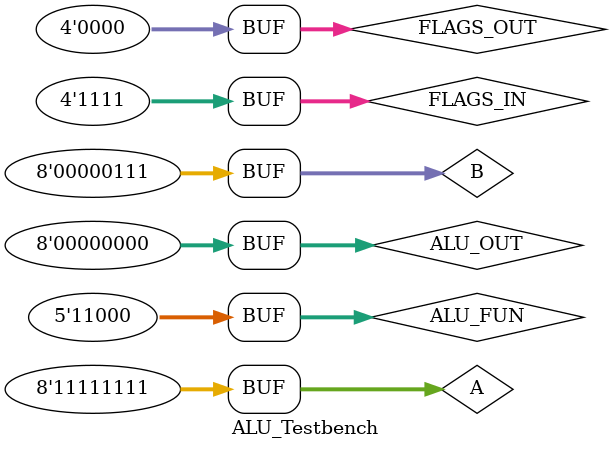
<source format=sv>
`timescale 1ns / 1ps


module ALU_Testbench();

    // Inputs
    logic [4:0] ALU_FUN;
    logic [7:0] A,B;
    logic[3:0] FLAGS_IN;
    
    // Outputs
    logic [7:0] ALU_OUT; 
    logic [3:0] FLAGS_OUT;
    
    // ALU Module Instantiation
    ALU ALU_TB(
        .ALU_FUN(ALU_FUN), .A(A), .B(B), .FLAGS_IN(FLAGS_IN),
        .ALU_OUT(ALU_OUT), .FLAGS_OUT(FLAGS_OUT)
    );
    
    // Local Arithmetic Op-code parameters
    localparam ADD  = 5'b00000;
    localparam ADC  = 5'b00001;
    localparam SUB  = 5'b00010;
    localparam SBC  = 5'b00011;
    localparam AND  = 5'b00100;
    localparam OR   = 5'b00101;
    localparam XOR  = 5'b00110;
    localparam CP   = 5'b00111;
    localparam INC  = 5'b01000;
    localparam DEC  = 5'b01001;  
    localparam SWAP = 5'b01010;
    localparam DAA  = 5'b01011;
    localparam CPL  = 5'b01100;
    localparam CCF  = 5'b01101;
    localparam SCF  = 5'b01110;
    localparam RLC  = 5'b01111;
    localparam RL   = 5'b10000;
    localparam RRC  = 5'b10001;
    localparam RR   = 5'b10010;
    localparam SLA  = 5'b10011;
    localparam SRA  = 5'b10100;
    localparam SRL  = 5'b10101;
    localparam BIT  = 5'b10110;
    localparam SET  = 5'b10111;
    localparam RES  = 5'b11000;
    
    // Flag Register Bits
    // [Z,N,H,C]
    localparam Z_FLAG_SET = 4'b1000;
    localparam N_FLAG_SET = 4'b0100;
    localparam H_FLAG_SET = 4'b0010;
    localparam C_FLAG_SET = 4'b0001;
    localparam ALL_FLAGS_SET = 4'b1111;
    localparam ALL_FLAGS_CLR = 4'b0000;
    
    initial begin
    
        // Initialize values to 0
        ALU_FUN = ADD;
        A = 8'h0;
        B = 8'h0;
        FLAGS_IN = ALL_FLAGS_CLR;
        FLAGS_OUT = ALL_FLAGS_CLR;
        ALU_OUT = 8'h0;
        
        #10;
        // ADD  Test
        A = 8'h45;
        B = 8'h69;
        FLAGS_IN = ALL_FLAGS_CLR;
        ALU_FUN = ADD;
        
        #10;
        // ADC  Test
        A = 8'h45;
        B = 8'h69;
        FLAGS_IN = C_FLAG_SET;
        ALU_FUN = ADC;
        
        #10;
        // SUB  Test
        A = 8'h69;
        B = 8'h45;
        FLAGS_IN = ALL_FLAGS_CLR;
        ALU_FUN = SUB;
        
        #10;
        // SBC  Test
        A = 8'h69;
        B = 8'h45;
        FLAGS_IN = C_FLAG_SET;
        ALU_FUN = SBC;
        
        #10;
        // AND  Test
        A = 8'hff;
        B = 8'h0f;
        FLAGS_IN = N_FLAG_SET;
        ALU_FUN = AND;
        
        
        #10;
        // OR   Test
        A = 8'h1f;
        B = 8'h3a;
        FLAGS_IN = H_FLAG_SET;
        ALU_FUN = OR;        
        
        #10;
        // XOR  Test
        A = 8'h1f;
        B = 8'h3a;
        FLAGS_IN = C_FLAG_SET;
        ALU_FUN = XOR;
        
        #10;
        // CP   Test
        A = 8'h1f;
        B = 8'h1f;
        FLAGS_IN = ALL_FLAGS_CLR;
        ALU_FUN = CP;
    
    
        #10;
        // INC  Test
        A=8'h2f;
        FLAGS_IN = N_FLAG_SET;
        ALU_FUN = INC; 
        
        #10;
        // DEC  Test
        A=8'h1f;
        FLAGS_IN = ALL_FLAGS_CLR;
        ALU_FUN = DEC;
        
        #10;
        // SWAP Test
        A=8'h96;
        FLAGS_IN = C_FLAG_SET;
        ALU_FUN = SWAP;
        
        #10;
        // DAA  Test
        A=8'd33;
        FLAGS_IN = 4'b0010;
        ALU_FUN = DAA;
            
        #10;    
        // CPL   Test
        A=8'h0f;
        FLAGS_IN = ALL_FLAGS_CLR;
        ALU_FUN = CPL;
        
        #10;    
        // CCF  Test
        A=8'h0f;
        FLAGS_IN = ALL_FLAGS_SET;
        ALU_FUN = CCF;
       
        #10; 
        // SCF  Test
        A=8'h0f;
        FLAGS_IN = ALL_FLAGS_CLR;
        ALU_FUN = SCF;
        
        #10;
        // RLC  Test
        A = 8'b10010011;
        B = 8'b00001111;
        FLAGS_IN = ALL_FLAGS_CLR;        
        ALU_FUN = RLC;
        
        #10;
        // RL   Test
        A = 8'b01010011;
        B = 8'b00001111;
        FLAGS_IN = C_FLAG_SET;        
        ALU_FUN = RL;
        
        #10;
        // RRC  Test
        A = 8'b01010011;
        B = 8'b00001111;
        FLAGS_IN = ALL_FLAGS_CLR;        
        ALU_FUN = RRC;
        
        #10;
        // RR   Test
        A = 8'b01010010;
        B = 8'b00001111;
        FLAGS_IN = ALL_FLAGS_SET;        
        ALU_FUN = RR;
        
        #10;
        // SLA  Test
        A = 8'b01010011;
        B = 8'b00001111;
        FLAGS_IN = ALL_FLAGS_SET;        
        ALU_FUN = SLA;
        
        #10;
        // SRA  Test
        A = 8'b11010011;
        B = 8'b00001111;
        FLAGS_IN = ALL_FLAGS_CLR;        
        ALU_FUN = SRA;
        
        #10;
        // SRL  Test
        A = 8'b01010010;
        B = 8'b00001111;
        FLAGS_IN = ALL_FLAGS_SET;        
        ALU_FUN = SRL;
        
        #10;
        // BIT  Test
        A = 8'b11110111;
        B = 8'h3;
        FLAGS_IN = ALL_FLAGS_SET;
        ALU_FUN = BIT;
        
        #10;
        // SET  Test
        A = 8'b00001111;
        B = 8'h6;
        FLAGS_IN = ALL_FLAGS_CLR;
        ALU_FUN = SET;
        
        #10;
        // RES  Test
        A = 8'b11111111;
        B = 8'h7;
        FLAGS_IN = ALL_FLAGS_SET;
        ALU_FUN = RES;
        
        #10;
     
    end
 
endmodule

</source>
